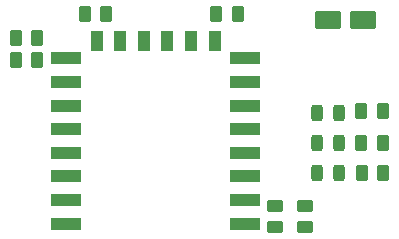
<source format=gbr>
%TF.GenerationSoftware,KiCad,Pcbnew,7.0.6-1.fc38*%
%TF.CreationDate,2023-08-14T18:07:14+02:00*%
%TF.ProjectId,ESP12F_INSPIRE_WIFI,45535031-3246-45f4-994e-53504952455f,rev?*%
%TF.SameCoordinates,Original*%
%TF.FileFunction,Paste,Top*%
%TF.FilePolarity,Positive*%
%FSLAX46Y46*%
G04 Gerber Fmt 4.6, Leading zero omitted, Abs format (unit mm)*
G04 Created by KiCad (PCBNEW 7.0.6-1.fc38) date 2023-08-14 18:07:14*
%MOMM*%
%LPD*%
G01*
G04 APERTURE LIST*
G04 Aperture macros list*
%AMRoundRect*
0 Rectangle with rounded corners*
0 $1 Rounding radius*
0 $2 $3 $4 $5 $6 $7 $8 $9 X,Y pos of 4 corners*
0 Add a 4 corners polygon primitive as box body*
4,1,4,$2,$3,$4,$5,$6,$7,$8,$9,$2,$3,0*
0 Add four circle primitives for the rounded corners*
1,1,$1+$1,$2,$3*
1,1,$1+$1,$4,$5*
1,1,$1+$1,$6,$7*
1,1,$1+$1,$8,$9*
0 Add four rect primitives between the rounded corners*
20,1,$1+$1,$2,$3,$4,$5,0*
20,1,$1+$1,$4,$5,$6,$7,0*
20,1,$1+$1,$6,$7,$8,$9,0*
20,1,$1+$1,$8,$9,$2,$3,0*%
G04 Aperture macros list end*
%ADD10RoundRect,0.243750X0.243750X0.456250X-0.243750X0.456250X-0.243750X-0.456250X0.243750X-0.456250X0*%
%ADD11RoundRect,0.250000X-0.262500X-0.450000X0.262500X-0.450000X0.262500X0.450000X-0.262500X0.450000X0*%
%ADD12RoundRect,0.250000X-0.450000X0.262500X-0.450000X-0.262500X0.450000X-0.262500X0.450000X0.262500X0*%
%ADD13RoundRect,0.250000X0.262500X0.450000X-0.262500X0.450000X-0.262500X-0.450000X0.262500X-0.450000X0*%
%ADD14RoundRect,0.250000X0.450000X-0.262500X0.450000X0.262500X-0.450000X0.262500X-0.450000X-0.262500X0*%
%ADD15R,2.500000X1.000000*%
%ADD16R,1.000000X1.800000*%
%ADD17RoundRect,0.250000X-0.850000X-0.550000X0.850000X-0.550000X0.850000X0.550000X-0.850000X0.550000X0*%
G04 APERTURE END LIST*
D10*
%TO.C,D1*%
X129874000Y-71882000D03*
X127999000Y-71882000D03*
%TD*%
%TO.C,D2*%
X129874000Y-74422000D03*
X127999000Y-74422000D03*
%TD*%
D11*
%TO.C,R5*%
X108307500Y-63500000D03*
X110132500Y-63500000D03*
%TD*%
D12*
%TO.C,R6*%
X124460000Y-79756000D03*
X124460000Y-81581000D03*
%TD*%
D13*
%TO.C,R7*%
X133557000Y-71755000D03*
X131732000Y-71755000D03*
%TD*%
D10*
%TO.C,D3*%
X129874000Y-76962000D03*
X127999000Y-76962000D03*
%TD*%
D11*
%TO.C,R2*%
X102465500Y-65531000D03*
X104290500Y-65531000D03*
%TD*%
D14*
%TO.C,R1*%
X127000000Y-81581000D03*
X127000000Y-79756000D03*
%TD*%
D15*
%TO.C,U1*%
X121920000Y-81280000D03*
X121920000Y-79280000D03*
X121920000Y-77280000D03*
X121920000Y-75280000D03*
X121920000Y-73280000D03*
X121920000Y-71280000D03*
X121920000Y-69280000D03*
X121920000Y-67280000D03*
D16*
X119320000Y-65780000D03*
X117320000Y-65780000D03*
X115320000Y-65780000D03*
X113320000Y-65780000D03*
X111320000Y-65780000D03*
X109320000Y-65780000D03*
D15*
X106720000Y-67280000D03*
X106720000Y-69280000D03*
X106720000Y-71280000D03*
X106720000Y-73280000D03*
X106720000Y-75280000D03*
X106720000Y-77280000D03*
X106720000Y-79280000D03*
X106720000Y-81280000D03*
%TD*%
D17*
%TO.C,C1*%
X128888000Y-64008000D03*
X131888000Y-64008000D03*
%TD*%
D13*
%TO.C,R4*%
X104290500Y-67436000D03*
X102465500Y-67436000D03*
%TD*%
%TO.C,R9*%
X133604000Y-76962000D03*
X131779000Y-76962000D03*
%TD*%
D11*
%TO.C,R3*%
X119460000Y-63500000D03*
X121285000Y-63500000D03*
%TD*%
D13*
%TO.C,R8*%
X133557000Y-74422000D03*
X131732000Y-74422000D03*
%TD*%
M02*

</source>
